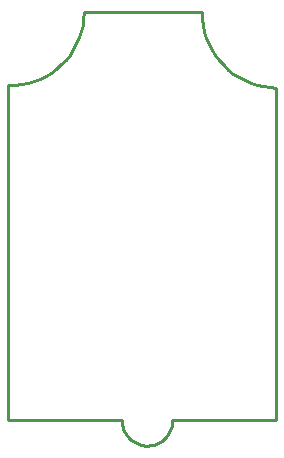
<source format=gbr>
G04 EAGLE Gerber RS-274X export*
G75*
%MOMM*%
%FSLAX34Y34*%
%LPD*%
%IN*%
%IPPOS*%
%AMOC8*
5,1,8,0,0,1.08239X$1,22.5*%
G01*
%ADD10C,0.254000*%


D10*
X128000Y555000D02*
X224000Y555000D01*
X224000Y554000D01*
X224125Y552128D01*
X224413Y550274D01*
X224862Y548452D01*
X225468Y546677D01*
X226226Y544961D01*
X227130Y543317D01*
X228175Y541758D01*
X229351Y540297D01*
X230651Y538944D01*
X232063Y537709D01*
X233578Y536601D01*
X235183Y535630D01*
X236867Y534803D01*
X238616Y534126D01*
X240418Y533603D01*
X242259Y533240D01*
X244124Y533038D01*
X246000Y533000D01*
X247872Y533125D01*
X249726Y533413D01*
X251548Y533862D01*
X253323Y534468D01*
X255039Y535226D01*
X256683Y536130D01*
X258242Y537175D01*
X259703Y538351D01*
X261056Y539651D01*
X262291Y541063D01*
X263399Y542578D01*
X264370Y544183D01*
X265197Y545867D01*
X265874Y547616D01*
X266397Y549418D01*
X266760Y551259D01*
X266962Y553124D01*
X267000Y555000D01*
X355000Y555000D01*
X355000Y836000D01*
X349468Y836285D01*
X343981Y837052D01*
X338582Y838293D01*
X333312Y840001D01*
X328211Y842161D01*
X323317Y844757D01*
X318668Y847771D01*
X314300Y851178D01*
X310245Y854952D01*
X306535Y859066D01*
X303197Y863487D01*
X300257Y868183D01*
X297738Y873117D01*
X295659Y878252D01*
X294034Y883548D01*
X292878Y888966D01*
X292198Y894464D01*
X292000Y900000D01*
X192000Y900000D01*
X191673Y894513D01*
X190869Y889075D01*
X189595Y883728D01*
X187859Y878513D01*
X185675Y873469D01*
X183060Y868634D01*
X180033Y864046D01*
X176618Y859738D01*
X172841Y855745D01*
X168730Y852096D01*
X164316Y848820D01*
X159634Y845940D01*
X154719Y843480D01*
X149608Y841457D01*
X144340Y839888D01*
X138955Y838783D01*
X133495Y838153D01*
X128000Y838000D01*
X128000Y555000D01*
M02*

</source>
